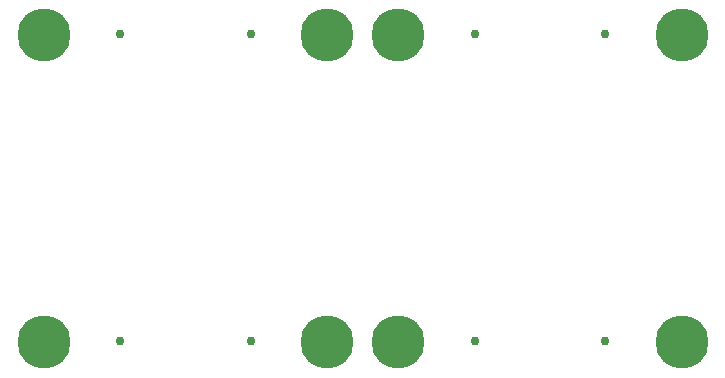
<source format=gbr>
%TF.GenerationSoftware,KiCad,Pcbnew,(6.0.0-0)*%
%TF.CreationDate,2022-03-16T23:04:28-04:00*%
%TF.ProjectId,for_stencil,666f725f-7374-4656-9e63-696c2e6b6963,rev?*%
%TF.SameCoordinates,Original*%
%TF.FileFunction,Soldermask,Top*%
%TF.FilePolarity,Negative*%
%FSLAX46Y46*%
G04 Gerber Fmt 4.6, Leading zero omitted, Abs format (unit mm)*
G04 Created by KiCad (PCBNEW (6.0.0-0)) date 2022-03-16 23:04:28*
%MOMM*%
%LPD*%
G01*
G04 APERTURE LIST*
%ADD10C,4.500000*%
%ADD11C,0.760000*%
G04 APERTURE END LIST*
D10*
%TO.C,H1*%
X95000000Y-38000000D03*
%TD*%
%TO.C,H1*%
X125000000Y-38000000D03*
%TD*%
D11*
%TO.C,J1*%
X101475500Y-37900000D03*
X112524500Y-37900000D03*
%TD*%
%TO.C,J1*%
X131475500Y-37900000D03*
X142524500Y-37900000D03*
%TD*%
D10*
%TO.C,H2*%
X149000000Y-38000000D03*
%TD*%
%TO.C,H2*%
X119000000Y-38000000D03*
%TD*%
%TO.C,H1*%
X125000000Y-64000000D03*
%TD*%
D11*
%TO.C,J1*%
X131475500Y-63900000D03*
X142524500Y-63900000D03*
%TD*%
D10*
%TO.C,H2*%
X149000000Y-64000000D03*
%TD*%
%TO.C,H1*%
X95000000Y-64000000D03*
%TD*%
%TO.C,H2*%
X119000000Y-64000000D03*
%TD*%
D11*
%TO.C,J1*%
X101475500Y-63900000D03*
X112524500Y-63900000D03*
%TD*%
M02*

</source>
